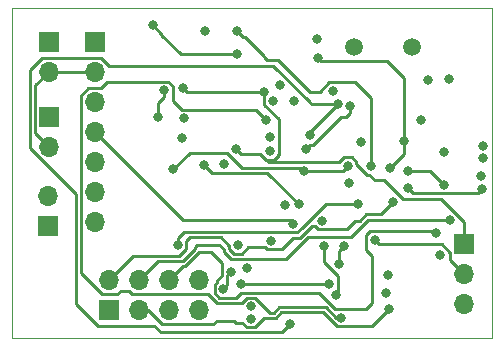
<source format=gbr>
%TF.GenerationSoftware,KiCad,Pcbnew,(5.1.6-0-10_14)*%
%TF.CreationDate,2021-06-09T21:20:11-05:00*%
%TF.ProjectId,led_driver_v2_06052021,6c65645f-6472-4697-9665-725f76325f30,rev?*%
%TF.SameCoordinates,Original*%
%TF.FileFunction,Copper,L4,Bot*%
%TF.FilePolarity,Positive*%
%FSLAX46Y46*%
G04 Gerber Fmt 4.6, Leading zero omitted, Abs format (unit mm)*
G04 Created by KiCad (PCBNEW (5.1.6-0-10_14)) date 2021-06-09 21:20:11*
%MOMM*%
%LPD*%
G01*
G04 APERTURE LIST*
%TA.AperFunction,Profile*%
%ADD10C,0.050000*%
%TD*%
%TA.AperFunction,ComponentPad*%
%ADD11C,1.500000*%
%TD*%
%TA.AperFunction,ComponentPad*%
%ADD12R,1.700000X1.700000*%
%TD*%
%TA.AperFunction,ComponentPad*%
%ADD13O,1.700000X1.700000*%
%TD*%
%TA.AperFunction,ViaPad*%
%ADD14C,0.800000*%
%TD*%
%TA.AperFunction,Conductor*%
%ADD15C,0.250000*%
%TD*%
G04 APERTURE END LIST*
D10*
X182880000Y-25400000D02*
X142240000Y-25400000D01*
X182880000Y-53340000D02*
X182880000Y-25400000D01*
X142240000Y-53340000D02*
X182880000Y-53340000D01*
X142240000Y-25400000D02*
X142240000Y-53340000D01*
D11*
%TO.P,Y2,1*%
%TO.N,/XTAL1_HI*%
X176070000Y-28660000D03*
%TO.P,Y2,2*%
%TO.N,/XTAL2_HI*%
X171190000Y-28660000D03*
%TD*%
D12*
%TO.P,J3,1*%
%TO.N,GND*%
X145290000Y-43840000D03*
D13*
%TO.P,J3,2*%
%TO.N,/RST*%
X145290000Y-41300000D03*
%TD*%
D12*
%TO.P,J4,1*%
%TO.N,+3V3*%
X150420000Y-50960000D03*
D13*
%TO.P,J4,2*%
%TO.N,/SWDIO*%
X150420000Y-48420000D03*
%TO.P,J4,3*%
%TO.N,/SWCLK*%
X152960000Y-50960000D03*
%TO.P,J4,4*%
%TO.N,/SWO*%
X152960000Y-48420000D03*
%TO.P,J4,5*%
%TO.N,/NJTRST*%
X155500000Y-50960000D03*
%TO.P,J4,6*%
%TO.N,/TDI*%
X155500000Y-48420000D03*
%TO.P,J4,7*%
%TO.N,/STM32_LED_STRIP_OUT*%
X158040000Y-50960000D03*
%TO.P,J4,8*%
%TO.N,GND*%
X158040000Y-48420000D03*
%TD*%
D12*
%TO.P,J5,1*%
%TO.N,Net-(J5-Pad1)*%
X145360000Y-34570000D03*
D13*
%TO.P,J5,2*%
%TO.N,/SYS_5V*%
X145360000Y-37110000D03*
%TD*%
%TO.P,J6,2*%
%TO.N,/SYS_5V*%
X145340000Y-30770000D03*
D12*
%TO.P,J6,1*%
%TO.N,Net-(J6-Pad1)*%
X145340000Y-28230000D03*
%TD*%
%TO.P,J7,1*%
%TO.N,GND*%
X149220000Y-28260000D03*
D13*
%TO.P,J7,2*%
%TO.N,/SYS_5V*%
X149220000Y-30800000D03*
%TO.P,J7,3*%
%TO.N,/INT1_5V*%
X149220000Y-33340000D03*
%TO.P,J7,4*%
%TO.N,/INT2_5V*%
X149220000Y-35880000D03*
%TO.P,J7,5*%
%TO.N,/INT3_5V*%
X149220000Y-38420000D03*
%TO.P,J7,6*%
%TO.N,Net-(J7-Pad6)*%
X149220000Y-40960000D03*
%TO.P,J7,7*%
%TO.N,Net-(J7-Pad7)*%
X149220000Y-43500000D03*
%TD*%
D12*
%TO.P,J8,1*%
%TO.N,/VIN*%
X180500000Y-45340000D03*
D13*
%TO.P,J8,2*%
%TO.N,/LED_STRIP_OUT*%
X180500000Y-47880000D03*
%TO.P,J8,3*%
%TO.N,GND*%
X180500000Y-50420000D03*
%TD*%
D14*
%TO.N,/RED_LED*%
X161280000Y-27300000D03*
%TO.N,GND*%
X168030000Y-28020000D03*
%TO.N,+3V3*%
X182070000Y-37010000D03*
%TO.N,GND*%
X182090000Y-38050000D03*
X179190000Y-31360000D03*
X177460000Y-31430000D03*
X169430000Y-32370000D03*
X173910000Y-49520000D03*
X178830000Y-37540000D03*
X162440000Y-50630000D03*
X161330000Y-45450000D03*
X156600000Y-36410000D03*
X160180000Y-38610000D03*
X164290000Y-33220000D03*
X164060000Y-36270000D03*
X165350000Y-42020000D03*
X170770000Y-40210000D03*
X164140000Y-45060000D03*
X158580000Y-27340000D03*
%TO.N,/VIN*%
X161150000Y-37270000D03*
X163530000Y-32440000D03*
X156690000Y-32120000D03*
%TO.N,+3V3*%
X181900000Y-39560000D03*
X176860000Y-34820000D03*
X178450000Y-46280000D03*
X174060000Y-48010000D03*
X162070000Y-47380000D03*
X162420000Y-51660000D03*
X156770000Y-34710000D03*
X171750000Y-36700000D03*
X166070000Y-33200000D03*
X168490000Y-43360000D03*
X164040000Y-37470000D03*
X164890000Y-31880000D03*
%TO.N,/SWDIO*%
X174500000Y-41770000D03*
%TO.N,/SWCLK*%
X174120000Y-50880000D03*
%TO.N,/SWO*%
X179280000Y-43310000D03*
%TO.N,/NJTRST*%
X175700000Y-40580000D03*
X182000000Y-40720000D03*
%TO.N,/TDI*%
X178130000Y-44380000D03*
%TO.N,/STM32_LED_STRIP_OUT*%
X169070000Y-48690000D03*
X170630000Y-38740000D03*
X166940000Y-39160000D03*
X161640000Y-48690000D03*
X155880000Y-39000000D03*
%TO.N,Net-(J6-Pad1)*%
X154160000Y-26840000D03*
X161230000Y-29270000D03*
%TO.N,/INT2_5V*%
X166020000Y-43630000D03*
X169680000Y-49700000D03*
X168630000Y-45550000D03*
%TO.N,/LED_STRIP_OUT*%
X172910000Y-44970000D03*
%TO.N,/GRN_LED*%
X166500000Y-42000000D03*
X155090000Y-32330000D03*
X154580000Y-34620000D03*
X158450000Y-38620000D03*
%TO.N,/RED_LED*%
X172640000Y-38750000D03*
%TO.N,/INT3*%
X169820000Y-33480000D03*
X167470000Y-36090000D03*
X165790000Y-52100000D03*
%TO.N,/INT2*%
X170830000Y-33660000D03*
X167090000Y-37300000D03*
X170110000Y-51590000D03*
X163750000Y-34830000D03*
%TO.N,/INT1*%
X175390000Y-36630000D03*
X160090000Y-49150000D03*
X174190000Y-38910000D03*
X171500000Y-41950000D03*
X160720000Y-47690000D03*
X156260000Y-45400000D03*
X168080000Y-29600000D03*
%TO.N,/I2C1_SDA*%
X178830000Y-40330000D03*
X175715010Y-39124990D03*
%TO.N,/LVL_SHIFTER_EN*%
X169870000Y-47070000D03*
X170300000Y-45540000D03*
%TD*%
D15*
%TO.N,/VIN*%
X178548013Y-41505011D02*
X175308013Y-41505011D01*
X180500000Y-43456998D02*
X178548013Y-41505011D01*
X175308013Y-41505011D02*
X173733002Y-39930000D01*
X180500000Y-45340000D02*
X180500000Y-43456998D01*
X164785001Y-34791999D02*
X163530000Y-33536998D01*
X164785001Y-37798001D02*
X164785001Y-34791999D01*
X164388001Y-38195001D02*
X164785001Y-37798001D01*
X163691999Y-38195001D02*
X164388001Y-38195001D01*
X163530000Y-33536998D02*
X163530000Y-32440000D01*
X163530000Y-32440000D02*
X163530000Y-32440000D01*
X163530000Y-32440000D02*
X157010000Y-32440000D01*
X157010000Y-32440000D02*
X156690000Y-32120000D01*
X156690000Y-32120000D02*
X156690000Y-32120000D01*
X161593002Y-37713002D02*
X161150000Y-37270000D01*
X163210000Y-37713002D02*
X161593002Y-37713002D01*
X164748003Y-37834999D02*
X164388001Y-38195001D01*
X171355001Y-38538003D02*
X171355001Y-38391999D01*
X172291999Y-39475001D02*
X171355001Y-38538003D01*
X172455001Y-39475001D02*
X172291999Y-39475001D01*
X172910000Y-39930000D02*
X172455001Y-39475001D01*
X173733002Y-39930000D02*
X172910000Y-39930000D01*
X163691999Y-38195001D02*
X163210000Y-37713002D01*
X170281999Y-38014999D02*
X169930000Y-38366998D01*
X170978001Y-38014999D02*
X170281999Y-38014999D01*
X171355001Y-38391999D02*
X170978001Y-38014999D01*
X169713002Y-38366998D02*
X169645019Y-38434981D01*
X169930000Y-38366998D02*
X169713002Y-38366998D01*
X163931979Y-38434981D02*
X163691999Y-38195001D01*
X169645019Y-38434981D02*
X163931979Y-38434981D01*
%TO.N,/SYS_5V*%
X149190000Y-30770000D02*
X149220000Y-30800000D01*
X145340000Y-30770000D02*
X149190000Y-30770000D01*
X144184999Y-35934999D02*
X145360000Y-37110000D01*
X144184999Y-31925001D02*
X144184999Y-35934999D01*
X145340000Y-30770000D02*
X144184999Y-31925001D01*
%TO.N,/SWDIO*%
X167866998Y-43810000D02*
X168141999Y-44085001D01*
X167603408Y-43810000D02*
X167866998Y-43810000D01*
X166034989Y-44805011D02*
X166608397Y-44805011D01*
X172213590Y-42820000D02*
X173450000Y-42820000D01*
X163791999Y-45785001D02*
X165054999Y-45785001D01*
X171663590Y-43370000D02*
X172213590Y-42820000D01*
X163640000Y-45633002D02*
X163791999Y-45785001D01*
X156388023Y-46344979D02*
X156985001Y-45748001D01*
X162220000Y-45633002D02*
X163640000Y-45633002D01*
X173450000Y-42820000D02*
X174500000Y-41770000D01*
X160981999Y-46175001D02*
X161678001Y-46175001D01*
X165054999Y-45785001D02*
X166034989Y-44805011D01*
X160604999Y-45798001D02*
X160981999Y-46175001D01*
X168141999Y-44085001D02*
X170544999Y-44085001D01*
X161678001Y-46175001D02*
X162220000Y-45633002D01*
X170544999Y-44085001D02*
X171260000Y-43370000D01*
X156985001Y-45748001D02*
X156985001Y-45051999D01*
X160604999Y-45514999D02*
X160604999Y-45798001D01*
X159875009Y-44785009D02*
X160604999Y-45514999D01*
X157251991Y-44785009D02*
X159875009Y-44785009D01*
X166608397Y-44805011D02*
X167603408Y-43810000D01*
X150420000Y-48420000D02*
X152495021Y-46344979D01*
X156985001Y-45051999D02*
X157251991Y-44785009D01*
X171260000Y-43370000D02*
X171663590Y-43370000D01*
X152495021Y-46344979D02*
X156388023Y-46344979D01*
%TO.N,/SWCLK*%
X156334999Y-52135001D02*
X154935999Y-52135001D01*
X156380000Y-52090000D02*
X156334999Y-52135001D01*
X159531389Y-51855021D02*
X159251409Y-52135001D01*
X161048589Y-51855021D02*
X159531389Y-51855021D01*
X161201569Y-52008001D02*
X161048589Y-51855021D01*
X165024991Y-51135009D02*
X164565000Y-51595000D01*
X161694999Y-52008001D02*
X161201569Y-52008001D01*
X169761999Y-52315001D02*
X168582007Y-51135009D01*
X162071999Y-52385001D02*
X161694999Y-52008001D01*
X153760998Y-50960000D02*
X152960000Y-50960000D01*
X154935999Y-52135001D02*
X153760998Y-50960000D01*
X157475999Y-52135001D02*
X157430998Y-52090000D01*
X159251409Y-52135001D02*
X157475999Y-52135001D01*
X162768001Y-52385001D02*
X162071999Y-52385001D01*
X168582007Y-51135009D02*
X165024991Y-51135009D01*
X163558002Y-51595000D02*
X162768001Y-52385001D01*
X157430998Y-52090000D02*
X156380000Y-52090000D01*
X164565000Y-51595000D02*
X163558002Y-51595000D01*
X172684999Y-52315001D02*
X169761999Y-52315001D01*
X174120000Y-50880000D02*
X172684999Y-52315001D01*
%TO.N,/SWO*%
X156705011Y-46794989D02*
X154585011Y-46794989D01*
X154585011Y-46794989D02*
X152960000Y-48420000D01*
X157880000Y-45390000D02*
X157700000Y-45570000D01*
X160154990Y-45984402D02*
X160154989Y-45794989D01*
X157700000Y-45570000D02*
X157700000Y-45800000D01*
X159750000Y-45390000D02*
X157880000Y-45390000D01*
X165424807Y-46625011D02*
X160795599Y-46625011D01*
X172360000Y-43310000D02*
X170885001Y-44784999D01*
X160154989Y-45794989D02*
X159750000Y-45390000D01*
X167289818Y-44760000D02*
X165424807Y-46625011D01*
X160795599Y-46625011D02*
X160154990Y-45984402D01*
X157700000Y-45800000D02*
X156705011Y-46794989D01*
X167320000Y-44760000D02*
X167289818Y-44760000D01*
X179280000Y-43310000D02*
X172360000Y-43310000D01*
X170885001Y-44784999D02*
X167344999Y-44784999D01*
X167344999Y-44784999D02*
X167320000Y-44760000D01*
%TO.N,/NJTRST*%
X181664999Y-41055001D02*
X182000000Y-40720000D01*
X176175001Y-41055001D02*
X181664999Y-41055001D01*
X175700000Y-40580000D02*
X176175001Y-41055001D01*
%TO.N,/TDI*%
X177994999Y-44244999D02*
X178130000Y-44380000D01*
X172561999Y-44244999D02*
X177994999Y-44244999D01*
X159741999Y-49875001D02*
X160735001Y-49875001D01*
X159364999Y-48801999D02*
X159364999Y-49498001D01*
X159994999Y-48015001D02*
X159590000Y-48420000D01*
X159590000Y-48576998D02*
X159364999Y-48801999D01*
X159364999Y-49498001D02*
X159741999Y-49875001D01*
X159590000Y-48420000D02*
X159590000Y-48576998D01*
X159994999Y-46974999D02*
X159994999Y-48015001D01*
X158086410Y-46050000D02*
X159070000Y-46050000D01*
X159070000Y-46050000D02*
X159994999Y-46974999D01*
X156675001Y-47244999D02*
X156891412Y-47244998D01*
X156891412Y-47244998D02*
X158086410Y-46050000D01*
X155500000Y-48420000D02*
X156675001Y-47244999D01*
X172184999Y-44621999D02*
X172561999Y-44244999D01*
X172184999Y-45884999D02*
X172184999Y-44621999D01*
X172690000Y-46390000D02*
X172184999Y-45884999D01*
X172690000Y-50370000D02*
X172690000Y-46390000D01*
X172195001Y-50864999D02*
X172690000Y-50370000D01*
X168174807Y-49454989D02*
X169584817Y-50864999D01*
X160735001Y-49875001D02*
X161214999Y-49875001D01*
X161635011Y-49454989D02*
X168174807Y-49454989D01*
X161214999Y-49875001D02*
X161635011Y-49454989D01*
X169584817Y-50864999D02*
X172195001Y-50864999D01*
%TO.N,/STM32_LED_STRIP_OUT*%
X170450000Y-38560000D02*
X170630000Y-38740000D01*
X169070000Y-48690000D02*
X161640000Y-48690000D01*
X161640000Y-48690000D02*
X161640000Y-48690000D01*
X166664991Y-38884991D02*
X166940000Y-39160000D01*
X161691989Y-38884991D02*
X166664991Y-38884991D01*
X160424999Y-37618001D02*
X161691989Y-38884991D01*
X157261999Y-37618001D02*
X160424999Y-37618001D01*
X155880000Y-39000000D02*
X157261999Y-37618001D01*
X170210000Y-39160000D02*
X170630000Y-38740000D01*
X166940000Y-39160000D02*
X170210000Y-39160000D01*
%TO.N,Net-(J6-Pad1)*%
X154160000Y-26840000D02*
X154855001Y-27535001D01*
X161230000Y-29270000D02*
X161230000Y-29270000D01*
X154855001Y-27535001D02*
X154855001Y-27625001D01*
X156500000Y-29270000D02*
X161230000Y-29270000D01*
X154855001Y-27625001D02*
X156500000Y-29270000D01*
%TO.N,/INT2_5V*%
X149220000Y-35880000D02*
X156680000Y-43340000D01*
X165730000Y-43340000D02*
X166020000Y-43630000D01*
X165230000Y-43340000D02*
X165730000Y-43340000D01*
X156680000Y-43340000D02*
X165230000Y-43340000D01*
X169795001Y-49584999D02*
X169680000Y-49700000D01*
X169795001Y-48068003D02*
X169795001Y-49584999D01*
X168630000Y-46903002D02*
X169795001Y-48068003D01*
X168630000Y-45550000D02*
X168630000Y-46903002D01*
%TO.N,/LED_STRIP_OUT*%
X178613001Y-45369999D02*
X179324999Y-46081997D01*
X179324999Y-46081997D02*
X179324999Y-46704999D01*
X173309999Y-45369999D02*
X178613001Y-45369999D01*
X179324999Y-46704999D02*
X180500000Y-47880000D01*
X172910000Y-44970000D02*
X173309999Y-45369999D01*
%TO.N,/GRN_LED*%
X155090000Y-32330000D02*
X155090000Y-32930000D01*
X155090000Y-32930000D02*
X154580000Y-33440000D01*
X154580000Y-33440000D02*
X154580000Y-34620000D01*
X154580000Y-34620000D02*
X154580000Y-34670000D01*
X163835001Y-39335001D02*
X166500000Y-42000000D01*
X159165001Y-39335001D02*
X163835001Y-39335001D01*
X158450000Y-38620000D02*
X159165001Y-39335001D01*
%TO.N,/RED_LED*%
X172699999Y-38690001D02*
X172640000Y-38750000D01*
X172640000Y-38750000D02*
X172640000Y-32990000D01*
X161811002Y-27831002D02*
X161280000Y-27300000D01*
X161910000Y-27831002D02*
X161811002Y-27831002D01*
X163835989Y-29785989D02*
X164765989Y-29785989D01*
X163534499Y-29484499D02*
X163835989Y-29785989D01*
X163534499Y-29455501D02*
X163534499Y-29484499D01*
X163534499Y-29455501D02*
X161910000Y-27831002D01*
X168281997Y-32445001D02*
X169081999Y-31644999D01*
X167425001Y-32445001D02*
X168281997Y-32445001D01*
X171294999Y-31644999D02*
X171875000Y-32225000D01*
X169081999Y-31644999D02*
X171294999Y-31644999D01*
X164765989Y-29785989D02*
X167425001Y-32445001D01*
X172640000Y-32990000D02*
X171875000Y-32225000D01*
%TO.N,/INT3*%
X169800000Y-33760000D02*
X169840000Y-33760000D01*
X150395001Y-30235999D02*
X164319001Y-30235999D01*
X144775999Y-29594999D02*
X149754001Y-29594999D01*
X143734990Y-37223992D02*
X143734990Y-30636008D01*
X147594990Y-41083992D02*
X143734990Y-37223992D01*
X147594990Y-50419992D02*
X147594990Y-41083992D01*
X149754001Y-29594999D02*
X150395001Y-30235999D01*
X165790000Y-52100000D02*
X165054989Y-52835011D01*
X154795011Y-52835011D02*
X154270000Y-52310000D01*
X165054989Y-52835011D02*
X154795011Y-52835011D01*
X154270000Y-52310000D02*
X149484998Y-52310000D01*
X143734990Y-30636008D02*
X144775999Y-29594999D01*
X149484998Y-52310000D02*
X147594990Y-50419992D01*
X167563002Y-33480000D02*
X167436501Y-33353499D01*
X169820000Y-33480000D02*
X167563002Y-33480000D01*
X164319001Y-30235999D02*
X167436501Y-33353499D01*
X167470000Y-35830000D02*
X167470000Y-36090000D01*
X169820000Y-33480000D02*
X167470000Y-35830000D01*
%TO.N,/INT2*%
X163750000Y-34830000D02*
X163750000Y-34830000D01*
X161714999Y-50325011D02*
X162135011Y-49904999D01*
X158825589Y-49595001D02*
X159555599Y-50325011D01*
X152080000Y-49320000D02*
X152355001Y-49595001D01*
X149855999Y-49595001D02*
X151134999Y-49595001D01*
X149735001Y-32164999D02*
X148655999Y-32164999D01*
X163750000Y-34830000D02*
X162904999Y-33984999D01*
X148044999Y-32775999D02*
X148044999Y-47784001D01*
X159555599Y-50325011D02*
X161714999Y-50325011D01*
X150295001Y-31604999D02*
X149735001Y-32164999D01*
X152355001Y-49595001D02*
X158825589Y-49595001D01*
X151134999Y-49595001D02*
X151410000Y-49320000D01*
X155815001Y-33215001D02*
X155815001Y-31981999D01*
X148044999Y-47784001D02*
X149855999Y-49595001D01*
X151410000Y-49320000D02*
X152080000Y-49320000D01*
X148655999Y-32164999D02*
X148044999Y-32775999D01*
X156584999Y-33984999D02*
X155815001Y-33215001D01*
X155438001Y-31604999D02*
X150295001Y-31604999D01*
X155815001Y-31981999D02*
X155438001Y-31604999D01*
X162904999Y-33984999D02*
X156584999Y-33984999D01*
X170110000Y-51590000D02*
X169673408Y-51590000D01*
X164838591Y-50684999D02*
X164378600Y-51144990D01*
X168768407Y-50684999D02*
X164838591Y-50684999D01*
X169673408Y-51590000D02*
X168768407Y-50684999D01*
X162788001Y-49904999D02*
X162135011Y-49904999D01*
X164027992Y-51144990D02*
X162788001Y-49904999D01*
X164378600Y-51144990D02*
X164027992Y-51144990D01*
X170465685Y-34590000D02*
X170043002Y-34590000D01*
X170830000Y-34225685D02*
X170465685Y-34590000D01*
X167429999Y-36960001D02*
X167090000Y-37300000D01*
X167673002Y-36960000D02*
X167429999Y-36960001D01*
X170043002Y-34590000D02*
X167673002Y-36960000D01*
X170830000Y-33660000D02*
X170830000Y-34225685D01*
%TO.N,/INT1*%
X175390000Y-36630000D02*
X175390000Y-37710000D01*
X175390000Y-37710000D02*
X174190000Y-38910000D01*
X174190000Y-38910000D02*
X174190000Y-38910000D01*
X160720000Y-47690000D02*
X160720000Y-47690000D01*
X160450000Y-48790000D02*
X160090000Y-49150000D01*
X160450000Y-47960000D02*
X160450000Y-48790000D01*
X160720000Y-47690000D02*
X160450000Y-47960000D01*
X168826998Y-41950000D02*
X171500000Y-41950000D01*
X166798997Y-43978001D02*
X168826998Y-41950000D01*
X166368001Y-44355001D02*
X166745001Y-43978001D01*
X165651997Y-44334999D02*
X165671999Y-44355001D01*
X166745001Y-43978001D02*
X166798997Y-43978001D01*
X156755001Y-44334999D02*
X165651997Y-44334999D01*
X165671999Y-44355001D02*
X166368001Y-44355001D01*
X156290000Y-44800000D02*
X156755001Y-44334999D01*
X156290000Y-45420000D02*
X156290000Y-44800000D01*
X175390000Y-36630000D02*
X175390000Y-31300000D01*
X175390000Y-31300000D02*
X173950000Y-29860000D01*
X173950000Y-29860000D02*
X168340000Y-29860000D01*
X168340000Y-29860000D02*
X168080000Y-29600000D01*
X168080000Y-29600000D02*
X168080000Y-29600000D01*
%TO.N,/I2C1_SDA*%
X177624990Y-39124990D02*
X178830000Y-40330000D01*
X175715010Y-39124990D02*
X177624990Y-39124990D01*
%TO.N,/LVL_SHIFTER_EN*%
X169870000Y-45970000D02*
X170300000Y-45540000D01*
X169870000Y-47070000D02*
X169870000Y-45970000D01*
%TD*%
M02*

</source>
